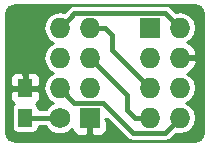
<source format=gtl>
G04 #@! TF.FileFunction,Copper,L1,Top,Signal*
%FSLAX46Y46*%
G04 Gerber Fmt 4.6, Leading zero omitted, Abs format (unit mm)*
G04 Created by KiCad (PCBNEW 4.0.2+dfsg1-stable) date Thu 01 Jun 2017 07:33:31 PM MDT*
%MOMM*%
G01*
G04 APERTURE LIST*
%ADD10C,0.100000*%
%ADD11R,1.250000X1.500000*%
%ADD12C,1.727200*%
%ADD13R,1.727200X1.727200*%
%ADD14O,1.727200X1.727200*%
%ADD15C,0.600000*%
%ADD16C,0.381000*%
%ADD17C,0.254000*%
G04 APERTURE END LIST*
D10*
D11*
X153289000Y-96500000D03*
X153289000Y-94000000D03*
D12*
X156210000Y-96520000D03*
D13*
X158750000Y-96520000D03*
D14*
X156210000Y-93980000D03*
X158750000Y-93980000D03*
X156210000Y-91440000D03*
X158750000Y-91440000D03*
X156210000Y-88900000D03*
X158750000Y-88900000D03*
D13*
X163830000Y-88900000D03*
D14*
X166370000Y-88900000D03*
X163830000Y-91440000D03*
X166370000Y-91440000D03*
X163830000Y-93980000D03*
X166370000Y-93980000D03*
X163830000Y-96520000D03*
X166370000Y-96520000D03*
D15*
X153289000Y-92710000D03*
D16*
X153289000Y-96500000D02*
X156190000Y-96500000D01*
X156190000Y-96500000D02*
X156210000Y-96520000D01*
X153289000Y-94000000D02*
X153289000Y-92710000D01*
X166370000Y-88900000D02*
X165115899Y-87645899D01*
X165115899Y-87645899D02*
X157464101Y-87645899D01*
X157464101Y-87645899D02*
X157073599Y-88036401D01*
X157073599Y-88036401D02*
X156210000Y-88900000D01*
X160655000Y-90805000D02*
X163830000Y-93980000D01*
X160655000Y-90805000D02*
X160655000Y-89535000D01*
X160655000Y-89535000D02*
X160020000Y-88900000D01*
X160020000Y-88900000D02*
X158750000Y-88900000D01*
X156210000Y-93980000D02*
X157464101Y-95234101D01*
X157464101Y-95234101D02*
X159894203Y-95234101D01*
X159894203Y-95234101D02*
X162434203Y-97774101D01*
X162434203Y-97774101D02*
X165115899Y-97774101D01*
X165115899Y-97774101D02*
X166370000Y-96520000D01*
X158750000Y-91440000D02*
X161925000Y-94615000D01*
X161925000Y-94615000D02*
X161925000Y-95885000D01*
X161925000Y-95885000D02*
X162560000Y-96520000D01*
X162560000Y-96520000D02*
X163830000Y-96520000D01*
D17*
G36*
X167898534Y-87005847D02*
X168117706Y-87152294D01*
X168264153Y-87371466D01*
X168327000Y-87687421D01*
X168327000Y-97732579D01*
X168264153Y-98048534D01*
X168117706Y-98267706D01*
X167898534Y-98414153D01*
X167582578Y-98477000D01*
X152457421Y-98477000D01*
X152141466Y-98414153D01*
X151922294Y-98267706D01*
X151775847Y-98048534D01*
X151713000Y-97732578D01*
X151713000Y-94285750D01*
X152029000Y-94285750D01*
X152029000Y-94876309D01*
X152125673Y-95109698D01*
X152304301Y-95288327D01*
X152388886Y-95323363D01*
X152302847Y-95378728D01*
X152186855Y-95548488D01*
X152146048Y-95750000D01*
X152146048Y-97250000D01*
X152181470Y-97438253D01*
X152292728Y-97611153D01*
X152462488Y-97727145D01*
X152664000Y-97767952D01*
X153914000Y-97767952D01*
X154102253Y-97732530D01*
X154275153Y-97621272D01*
X154391145Y-97451512D01*
X154431952Y-97250000D01*
X154431952Y-97198500D01*
X155006277Y-97198500D01*
X155046536Y-97295934D01*
X155432037Y-97682108D01*
X155935975Y-97891361D01*
X156481631Y-97891837D01*
X156985934Y-97683464D01*
X157251400Y-97418461D01*
X157251400Y-97509909D01*
X157348073Y-97743298D01*
X157526701Y-97921927D01*
X157760090Y-98018600D01*
X158464250Y-98018600D01*
X158623000Y-97859850D01*
X158623000Y-96647000D01*
X158603000Y-96647000D01*
X158603000Y-96393000D01*
X158623000Y-96393000D01*
X158623000Y-96373000D01*
X158877000Y-96373000D01*
X158877000Y-96393000D01*
X158897000Y-96393000D01*
X158897000Y-96647000D01*
X158877000Y-96647000D01*
X158877000Y-97859850D01*
X159035750Y-98018600D01*
X159739910Y-98018600D01*
X159973299Y-97921927D01*
X160151927Y-97743298D01*
X160248600Y-97509909D01*
X160248600Y-96805750D01*
X160089852Y-96647002D01*
X160248600Y-96647002D01*
X160248600Y-96576326D01*
X161940289Y-98268015D01*
X162166899Y-98419431D01*
X162434203Y-98472601D01*
X165115899Y-98472601D01*
X165383204Y-98419431D01*
X165609813Y-98268015D01*
X166027487Y-97850341D01*
X166370000Y-97918471D01*
X166894889Y-97814064D01*
X167339868Y-97516739D01*
X167637193Y-97071760D01*
X167741600Y-96546871D01*
X167741600Y-96493129D01*
X167637193Y-95968240D01*
X167339868Y-95523261D01*
X166930903Y-95250000D01*
X167339868Y-94976739D01*
X167637193Y-94531760D01*
X167741600Y-94006871D01*
X167741600Y-93953129D01*
X167637193Y-93428240D01*
X167339868Y-92983261D01*
X167024534Y-92772562D01*
X167144947Y-92722688D01*
X167576821Y-92328490D01*
X167824968Y-91799027D01*
X167704469Y-91567000D01*
X166497000Y-91567000D01*
X166497000Y-91587000D01*
X166243000Y-91587000D01*
X166243000Y-91567000D01*
X166223000Y-91567000D01*
X166223000Y-91313000D01*
X166243000Y-91313000D01*
X166243000Y-91293000D01*
X166497000Y-91293000D01*
X166497000Y-91313000D01*
X167704469Y-91313000D01*
X167824968Y-91080973D01*
X167576821Y-90551510D01*
X167144947Y-90157312D01*
X167024534Y-90107438D01*
X167339868Y-89896739D01*
X167637193Y-89451760D01*
X167741600Y-88926871D01*
X167741600Y-88873129D01*
X167637193Y-88348240D01*
X167339868Y-87903261D01*
X166894889Y-87605936D01*
X166370000Y-87501529D01*
X166027487Y-87569659D01*
X165609813Y-87151985D01*
X165383204Y-87000569D01*
X165115899Y-86947399D01*
X157464101Y-86947399D01*
X157196796Y-87000569D01*
X156970187Y-87151985D01*
X156552513Y-87569659D01*
X156210000Y-87501529D01*
X155685111Y-87605936D01*
X155240132Y-87903261D01*
X154942807Y-88348240D01*
X154838400Y-88873129D01*
X154838400Y-88926871D01*
X154942807Y-89451760D01*
X155240132Y-89896739D01*
X155649097Y-90170000D01*
X155240132Y-90443261D01*
X154942807Y-90888240D01*
X154838400Y-91413129D01*
X154838400Y-91466871D01*
X154942807Y-91991760D01*
X155240132Y-92436739D01*
X155649097Y-92710000D01*
X155240132Y-92983261D01*
X154942807Y-93428240D01*
X154838400Y-93953129D01*
X154838400Y-94006871D01*
X154942807Y-94531760D01*
X155240132Y-94976739D01*
X155665453Y-95260929D01*
X155434066Y-95356536D01*
X155047892Y-95742037D01*
X155023201Y-95801500D01*
X154431952Y-95801500D01*
X154431952Y-95750000D01*
X154396530Y-95561747D01*
X154285272Y-95388847D01*
X154189313Y-95323281D01*
X154273699Y-95288327D01*
X154452327Y-95109698D01*
X154549000Y-94876309D01*
X154549000Y-94285750D01*
X154390250Y-94127000D01*
X153416000Y-94127000D01*
X153416000Y-94147000D01*
X153162000Y-94147000D01*
X153162000Y-94127000D01*
X152187750Y-94127000D01*
X152029000Y-94285750D01*
X151713000Y-94285750D01*
X151713000Y-93123691D01*
X152029000Y-93123691D01*
X152029000Y-93714250D01*
X152187750Y-93873000D01*
X153162000Y-93873000D01*
X153162000Y-92773750D01*
X153416000Y-92773750D01*
X153416000Y-93873000D01*
X154390250Y-93873000D01*
X154549000Y-93714250D01*
X154549000Y-93123691D01*
X154452327Y-92890302D01*
X154273699Y-92711673D01*
X154040310Y-92615000D01*
X153574750Y-92615000D01*
X153416000Y-92773750D01*
X153162000Y-92773750D01*
X153003250Y-92615000D01*
X152537690Y-92615000D01*
X152304301Y-92711673D01*
X152125673Y-92890302D01*
X152029000Y-93123691D01*
X151713000Y-93123691D01*
X151713000Y-87687422D01*
X151775847Y-87371466D01*
X151922294Y-87152294D01*
X152141466Y-87005847D01*
X152457421Y-86943000D01*
X167582578Y-86943000D01*
X167898534Y-87005847D01*
X167898534Y-87005847D01*
G37*
X167898534Y-87005847D02*
X168117706Y-87152294D01*
X168264153Y-87371466D01*
X168327000Y-87687421D01*
X168327000Y-97732579D01*
X168264153Y-98048534D01*
X168117706Y-98267706D01*
X167898534Y-98414153D01*
X167582578Y-98477000D01*
X152457421Y-98477000D01*
X152141466Y-98414153D01*
X151922294Y-98267706D01*
X151775847Y-98048534D01*
X151713000Y-97732578D01*
X151713000Y-94285750D01*
X152029000Y-94285750D01*
X152029000Y-94876309D01*
X152125673Y-95109698D01*
X152304301Y-95288327D01*
X152388886Y-95323363D01*
X152302847Y-95378728D01*
X152186855Y-95548488D01*
X152146048Y-95750000D01*
X152146048Y-97250000D01*
X152181470Y-97438253D01*
X152292728Y-97611153D01*
X152462488Y-97727145D01*
X152664000Y-97767952D01*
X153914000Y-97767952D01*
X154102253Y-97732530D01*
X154275153Y-97621272D01*
X154391145Y-97451512D01*
X154431952Y-97250000D01*
X154431952Y-97198500D01*
X155006277Y-97198500D01*
X155046536Y-97295934D01*
X155432037Y-97682108D01*
X155935975Y-97891361D01*
X156481631Y-97891837D01*
X156985934Y-97683464D01*
X157251400Y-97418461D01*
X157251400Y-97509909D01*
X157348073Y-97743298D01*
X157526701Y-97921927D01*
X157760090Y-98018600D01*
X158464250Y-98018600D01*
X158623000Y-97859850D01*
X158623000Y-96647000D01*
X158603000Y-96647000D01*
X158603000Y-96393000D01*
X158623000Y-96393000D01*
X158623000Y-96373000D01*
X158877000Y-96373000D01*
X158877000Y-96393000D01*
X158897000Y-96393000D01*
X158897000Y-96647000D01*
X158877000Y-96647000D01*
X158877000Y-97859850D01*
X159035750Y-98018600D01*
X159739910Y-98018600D01*
X159973299Y-97921927D01*
X160151927Y-97743298D01*
X160248600Y-97509909D01*
X160248600Y-96805750D01*
X160089852Y-96647002D01*
X160248600Y-96647002D01*
X160248600Y-96576326D01*
X161940289Y-98268015D01*
X162166899Y-98419431D01*
X162434203Y-98472601D01*
X165115899Y-98472601D01*
X165383204Y-98419431D01*
X165609813Y-98268015D01*
X166027487Y-97850341D01*
X166370000Y-97918471D01*
X166894889Y-97814064D01*
X167339868Y-97516739D01*
X167637193Y-97071760D01*
X167741600Y-96546871D01*
X167741600Y-96493129D01*
X167637193Y-95968240D01*
X167339868Y-95523261D01*
X166930903Y-95250000D01*
X167339868Y-94976739D01*
X167637193Y-94531760D01*
X167741600Y-94006871D01*
X167741600Y-93953129D01*
X167637193Y-93428240D01*
X167339868Y-92983261D01*
X167024534Y-92772562D01*
X167144947Y-92722688D01*
X167576821Y-92328490D01*
X167824968Y-91799027D01*
X167704469Y-91567000D01*
X166497000Y-91567000D01*
X166497000Y-91587000D01*
X166243000Y-91587000D01*
X166243000Y-91567000D01*
X166223000Y-91567000D01*
X166223000Y-91313000D01*
X166243000Y-91313000D01*
X166243000Y-91293000D01*
X166497000Y-91293000D01*
X166497000Y-91313000D01*
X167704469Y-91313000D01*
X167824968Y-91080973D01*
X167576821Y-90551510D01*
X167144947Y-90157312D01*
X167024534Y-90107438D01*
X167339868Y-89896739D01*
X167637193Y-89451760D01*
X167741600Y-88926871D01*
X167741600Y-88873129D01*
X167637193Y-88348240D01*
X167339868Y-87903261D01*
X166894889Y-87605936D01*
X166370000Y-87501529D01*
X166027487Y-87569659D01*
X165609813Y-87151985D01*
X165383204Y-87000569D01*
X165115899Y-86947399D01*
X157464101Y-86947399D01*
X157196796Y-87000569D01*
X156970187Y-87151985D01*
X156552513Y-87569659D01*
X156210000Y-87501529D01*
X155685111Y-87605936D01*
X155240132Y-87903261D01*
X154942807Y-88348240D01*
X154838400Y-88873129D01*
X154838400Y-88926871D01*
X154942807Y-89451760D01*
X155240132Y-89896739D01*
X155649097Y-90170000D01*
X155240132Y-90443261D01*
X154942807Y-90888240D01*
X154838400Y-91413129D01*
X154838400Y-91466871D01*
X154942807Y-91991760D01*
X155240132Y-92436739D01*
X155649097Y-92710000D01*
X155240132Y-92983261D01*
X154942807Y-93428240D01*
X154838400Y-93953129D01*
X154838400Y-94006871D01*
X154942807Y-94531760D01*
X155240132Y-94976739D01*
X155665453Y-95260929D01*
X155434066Y-95356536D01*
X155047892Y-95742037D01*
X155023201Y-95801500D01*
X154431952Y-95801500D01*
X154431952Y-95750000D01*
X154396530Y-95561747D01*
X154285272Y-95388847D01*
X154189313Y-95323281D01*
X154273699Y-95288327D01*
X154452327Y-95109698D01*
X154549000Y-94876309D01*
X154549000Y-94285750D01*
X154390250Y-94127000D01*
X153416000Y-94127000D01*
X153416000Y-94147000D01*
X153162000Y-94147000D01*
X153162000Y-94127000D01*
X152187750Y-94127000D01*
X152029000Y-94285750D01*
X151713000Y-94285750D01*
X151713000Y-93123691D01*
X152029000Y-93123691D01*
X152029000Y-93714250D01*
X152187750Y-93873000D01*
X153162000Y-93873000D01*
X153162000Y-92773750D01*
X153416000Y-92773750D01*
X153416000Y-93873000D01*
X154390250Y-93873000D01*
X154549000Y-93714250D01*
X154549000Y-93123691D01*
X154452327Y-92890302D01*
X154273699Y-92711673D01*
X154040310Y-92615000D01*
X153574750Y-92615000D01*
X153416000Y-92773750D01*
X153162000Y-92773750D01*
X153003250Y-92615000D01*
X152537690Y-92615000D01*
X152304301Y-92711673D01*
X152125673Y-92890302D01*
X152029000Y-93123691D01*
X151713000Y-93123691D01*
X151713000Y-87687422D01*
X151775847Y-87371466D01*
X151922294Y-87152294D01*
X152141466Y-87005847D01*
X152457421Y-86943000D01*
X167582578Y-86943000D01*
X167898534Y-87005847D01*
M02*

</source>
